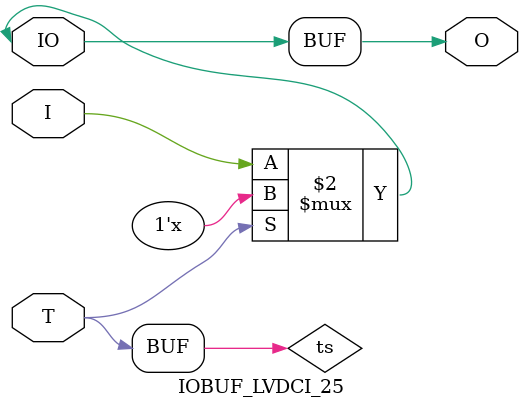
<source format=v>

/*

FUNCTION	: INPUT TRI-STATE OUTPUT BUFFER

*/

`celldefine
`timescale  100 ps / 10 ps

module IOBUF_LVDCI_25 (O, IO, I, T);

    output O;

    inout  IO;

    input  I, T;

    or O1 (ts, 1'b0, T);
    bufif0 T1 (IO, I, ts);

    buf B1 (O, IO);

endmodule

</source>
